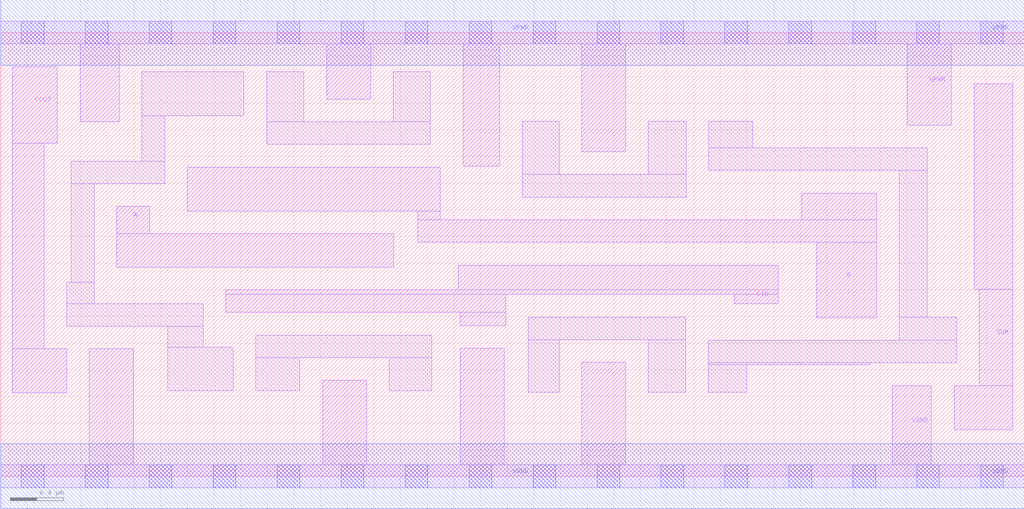
<source format=lef>
# Copyright 2020 The SkyWater PDK Authors
#
# Licensed under the Apache License, Version 2.0 (the "License");
# you may not use this file except in compliance with the License.
# You may obtain a copy of the License at
#
#     https://www.apache.org/licenses/LICENSE-2.0
#
# Unless required by applicable law or agreed to in writing, software
# distributed under the License is distributed on an "AS IS" BASIS,
# WITHOUT WARRANTIES OR CONDITIONS OF ANY KIND, either express or implied.
# See the License for the specific language governing permissions and
# limitations under the License.
#
# SPDX-License-Identifier: Apache-2.0

VERSION 5.7 ;
  NAMESCASESENSITIVE ON ;
  NOWIREEXTENSIONATPIN ON ;
  DIVIDERCHAR "/" ;
  BUSBITCHARS "[]" ;
UNITS
  DATABASE MICRONS 200 ;
END UNITS
MACRO sky130_fd_sc_lp__fa_0
  CLASS CORE ;
  SOURCE USER ;
  FOREIGN sky130_fd_sc_lp__fa_0 ;
  ORIGIN  0.000000  0.000000 ;
  SIZE  7.680000 BY  3.330000 ;
  SYMMETRY X Y R90 ;
  SITE unit ;
  PIN A
    ANTENNAGATEAREA  0.504000 ;
    DIRECTION INPUT ;
    USE SIGNAL ;
    PORT
      LAYER li1 ;
        RECT 0.870000 1.570000 2.950000 1.820000 ;
        RECT 0.870000 1.820000 1.120000 2.025000 ;
    END
  END A
  PIN B
    ANTENNAGATEAREA  0.504000 ;
    DIRECTION INPUT ;
    USE SIGNAL ;
    PORT
      LAYER li1 ;
        RECT 1.400000 1.990000 3.300000 2.320000 ;
        RECT 3.130000 1.755000 6.575000 1.925000 ;
        RECT 3.130000 1.925000 3.300000 1.990000 ;
        RECT 6.010000 1.925000 6.575000 2.125000 ;
        RECT 6.125000 1.190000 6.575000 1.755000 ;
    END
  END B
  PIN CIN
    ANTENNAGATEAREA  0.378000 ;
    DIRECTION INPUT ;
    USE SIGNAL ;
    PORT
      LAYER li1 ;
        RECT 1.690000 1.230000 3.790000 1.365000 ;
        RECT 1.690000 1.365000 5.835000 1.400000 ;
        RECT 3.435000 1.400000 5.835000 1.585000 ;
        RECT 3.450000 1.130000 3.790000 1.230000 ;
        RECT 5.505000 1.295000 5.835000 1.365000 ;
    END
  END CIN
  PIN COUT
    ANTENNADIFFAREA  0.280900 ;
    DIRECTION OUTPUT ;
    USE SIGNAL ;
    PORT
      LAYER li1 ;
        RECT 0.085000 0.625000 0.495000 0.955000 ;
        RECT 0.085000 0.955000 0.325000 2.500000 ;
        RECT 0.085000 2.500000 0.425000 3.075000 ;
    END
  END COUT
  PIN SUM
    ANTENNADIFFAREA  0.280900 ;
    DIRECTION OUTPUT ;
    USE SIGNAL ;
    PORT
      LAYER li1 ;
        RECT 7.155000 0.350000 7.595000 0.680000 ;
        RECT 7.305000 1.405000 7.595000 2.945000 ;
        RECT 7.345000 0.680000 7.595000 1.405000 ;
    END
  END SUM
  PIN VGND
    DIRECTION INOUT ;
    USE GROUND ;
    PORT
      LAYER li1 ;
        RECT 0.000000 -0.085000 7.680000 0.085000 ;
        RECT 0.665000  0.085000 0.995000 0.955000 ;
        RECT 2.415000  0.085000 2.745000 0.720000 ;
        RECT 3.450000  0.085000 3.780000 0.960000 ;
        RECT 4.360000  0.085000 4.690000 0.855000 ;
        RECT 6.690000  0.085000 6.985000 0.680000 ;
      LAYER mcon ;
        RECT 0.155000 -0.085000 0.325000 0.085000 ;
        RECT 0.635000 -0.085000 0.805000 0.085000 ;
        RECT 1.115000 -0.085000 1.285000 0.085000 ;
        RECT 1.595000 -0.085000 1.765000 0.085000 ;
        RECT 2.075000 -0.085000 2.245000 0.085000 ;
        RECT 2.555000 -0.085000 2.725000 0.085000 ;
        RECT 3.035000 -0.085000 3.205000 0.085000 ;
        RECT 3.515000 -0.085000 3.685000 0.085000 ;
        RECT 3.995000 -0.085000 4.165000 0.085000 ;
        RECT 4.475000 -0.085000 4.645000 0.085000 ;
        RECT 4.955000 -0.085000 5.125000 0.085000 ;
        RECT 5.435000 -0.085000 5.605000 0.085000 ;
        RECT 5.915000 -0.085000 6.085000 0.085000 ;
        RECT 6.395000 -0.085000 6.565000 0.085000 ;
        RECT 6.875000 -0.085000 7.045000 0.085000 ;
        RECT 7.355000 -0.085000 7.525000 0.085000 ;
      LAYER met1 ;
        RECT 0.000000 -0.245000 7.680000 0.245000 ;
    END
  END VGND
  PIN VPWR
    DIRECTION INOUT ;
    USE POWER ;
    PORT
      LAYER li1 ;
        RECT 0.000000 3.245000 7.680000 3.415000 ;
        RECT 0.595000 2.660000 0.890000 3.245000 ;
        RECT 2.445000 2.830000 2.775000 3.245000 ;
        RECT 3.470000 2.325000 3.745000 3.245000 ;
        RECT 4.360000 2.435000 4.690000 3.245000 ;
        RECT 6.805000 2.635000 7.135000 3.245000 ;
      LAYER mcon ;
        RECT 0.155000 3.245000 0.325000 3.415000 ;
        RECT 0.635000 3.245000 0.805000 3.415000 ;
        RECT 1.115000 3.245000 1.285000 3.415000 ;
        RECT 1.595000 3.245000 1.765000 3.415000 ;
        RECT 2.075000 3.245000 2.245000 3.415000 ;
        RECT 2.555000 3.245000 2.725000 3.415000 ;
        RECT 3.035000 3.245000 3.205000 3.415000 ;
        RECT 3.515000 3.245000 3.685000 3.415000 ;
        RECT 3.995000 3.245000 4.165000 3.415000 ;
        RECT 4.475000 3.245000 4.645000 3.415000 ;
        RECT 4.955000 3.245000 5.125000 3.415000 ;
        RECT 5.435000 3.245000 5.605000 3.415000 ;
        RECT 5.915000 3.245000 6.085000 3.415000 ;
        RECT 6.395000 3.245000 6.565000 3.415000 ;
        RECT 6.875000 3.245000 7.045000 3.415000 ;
        RECT 7.355000 3.245000 7.525000 3.415000 ;
      LAYER met1 ;
        RECT 0.000000 3.085000 7.680000 3.575000 ;
    END
  END VPWR
  OBS
    LAYER li1 ;
      RECT 0.495000 1.125000 1.520000 1.295000 ;
      RECT 0.495000 1.295000 0.700000 1.455000 ;
      RECT 0.530000 1.455000 0.700000 2.195000 ;
      RECT 0.530000 2.195000 1.230000 2.365000 ;
      RECT 1.060000 2.365000 1.230000 2.705000 ;
      RECT 1.060000 2.705000 1.825000 3.035000 ;
      RECT 1.255000 0.640000 1.745000 0.970000 ;
      RECT 1.255000 0.970000 1.520000 1.125000 ;
      RECT 1.915000 0.640000 2.245000 0.890000 ;
      RECT 1.915000 0.890000 3.235000 1.060000 ;
      RECT 1.995000 2.490000 3.225000 2.660000 ;
      RECT 1.995000 2.660000 2.275000 3.035000 ;
      RECT 2.915000 0.640000 3.235000 0.890000 ;
      RECT 2.945000 2.660000 3.225000 3.035000 ;
      RECT 3.915000 2.095000 5.145000 2.265000 ;
      RECT 3.915000 2.265000 4.190000 2.665000 ;
      RECT 3.960000 0.630000 4.190000 1.025000 ;
      RECT 3.960000 1.025000 5.140000 1.195000 ;
      RECT 4.860000 0.630000 5.140000 1.025000 ;
      RECT 4.860000 2.265000 5.145000 2.665000 ;
      RECT 5.310000 0.630000 5.600000 0.835000 ;
      RECT 5.310000 0.835000 6.520000 0.850000 ;
      RECT 5.310000 0.850000 7.175000 1.020000 ;
      RECT 5.315000 2.295000 6.955000 2.465000 ;
      RECT 5.315000 2.465000 5.645000 2.665000 ;
      RECT 6.745000 1.020000 7.175000 1.195000 ;
      RECT 6.745000 1.195000 6.955000 2.295000 ;
  END
END sky130_fd_sc_lp__fa_0

</source>
